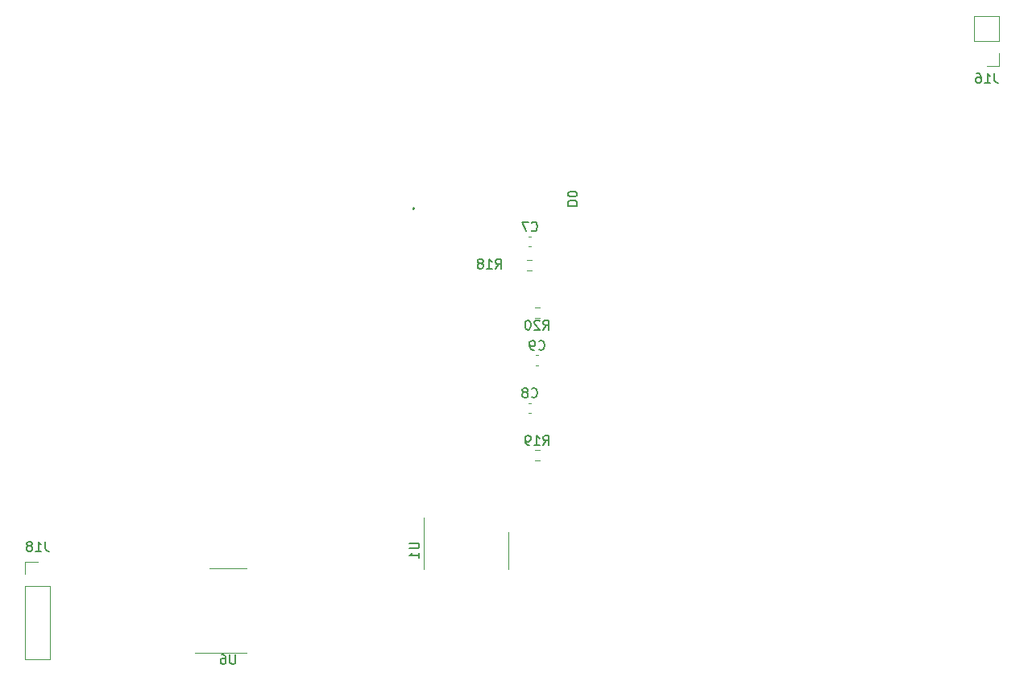
<source format=gbr>
%TF.GenerationSoftware,KiCad,Pcbnew,(7.0.0)*%
%TF.CreationDate,2024-02-08T18:30:53+01:00*%
%TF.ProjectId,AbuDhabi_ElectronBeam,41627544-6861-4626-995f-456c65637472,rev?*%
%TF.SameCoordinates,PXa6e49c0PYcef2840*%
%TF.FileFunction,Legend,Bot*%
%TF.FilePolarity,Positive*%
%FSLAX46Y46*%
G04 Gerber Fmt 4.6, Leading zero omitted, Abs format (unit mm)*
G04 Created by KiCad (PCBNEW (7.0.0)) date 2024-02-08 18:30:53*
%MOMM*%
%LPD*%
G01*
G04 APERTURE LIST*
%ADD10C,0.150000*%
%ADD11C,0.120000*%
G04 APERTURE END LIST*
D10*
%TO.C,C9*%
X62823166Y55501358D02*
X62870785Y55453739D01*
X62870785Y55453739D02*
X63013642Y55406120D01*
X63013642Y55406120D02*
X63108880Y55406120D01*
X63108880Y55406120D02*
X63251737Y55453739D01*
X63251737Y55453739D02*
X63346975Y55548977D01*
X63346975Y55548977D02*
X63394594Y55644215D01*
X63394594Y55644215D02*
X63442213Y55834691D01*
X63442213Y55834691D02*
X63442213Y55977548D01*
X63442213Y55977548D02*
X63394594Y56168024D01*
X63394594Y56168024D02*
X63346975Y56263262D01*
X63346975Y56263262D02*
X63251737Y56358500D01*
X63251737Y56358500D02*
X63108880Y56406120D01*
X63108880Y56406120D02*
X63013642Y56406120D01*
X63013642Y56406120D02*
X62870785Y56358500D01*
X62870785Y56358500D02*
X62823166Y56310881D01*
X62346975Y55406120D02*
X62156499Y55406120D01*
X62156499Y55406120D02*
X62061261Y55453739D01*
X62061261Y55453739D02*
X62013642Y55501358D01*
X62013642Y55501358D02*
X61918404Y55644215D01*
X61918404Y55644215D02*
X61870785Y55834691D01*
X61870785Y55834691D02*
X61870785Y56215643D01*
X61870785Y56215643D02*
X61918404Y56310881D01*
X61918404Y56310881D02*
X61966023Y56358500D01*
X61966023Y56358500D02*
X62061261Y56406120D01*
X62061261Y56406120D02*
X62251737Y56406120D01*
X62251737Y56406120D02*
X62346975Y56358500D01*
X62346975Y56358500D02*
X62394594Y56310881D01*
X62394594Y56310881D02*
X62442213Y56215643D01*
X62442213Y56215643D02*
X62442213Y55977548D01*
X62442213Y55977548D02*
X62394594Y55882310D01*
X62394594Y55882310D02*
X62346975Y55834691D01*
X62346975Y55834691D02*
X62251737Y55787072D01*
X62251737Y55787072D02*
X62061261Y55787072D01*
X62061261Y55787072D02*
X61966023Y55834691D01*
X61966023Y55834691D02*
X61918404Y55882310D01*
X61918404Y55882310D02*
X61870785Y55977548D01*
%TO.C,C8*%
X62048166Y50501358D02*
X62095785Y50453739D01*
X62095785Y50453739D02*
X62238642Y50406120D01*
X62238642Y50406120D02*
X62333880Y50406120D01*
X62333880Y50406120D02*
X62476737Y50453739D01*
X62476737Y50453739D02*
X62571975Y50548977D01*
X62571975Y50548977D02*
X62619594Y50644215D01*
X62619594Y50644215D02*
X62667213Y50834691D01*
X62667213Y50834691D02*
X62667213Y50977548D01*
X62667213Y50977548D02*
X62619594Y51168024D01*
X62619594Y51168024D02*
X62571975Y51263262D01*
X62571975Y51263262D02*
X62476737Y51358500D01*
X62476737Y51358500D02*
X62333880Y51406120D01*
X62333880Y51406120D02*
X62238642Y51406120D01*
X62238642Y51406120D02*
X62095785Y51358500D01*
X62095785Y51358500D02*
X62048166Y51310881D01*
X61476737Y50977548D02*
X61571975Y51025167D01*
X61571975Y51025167D02*
X61619594Y51072786D01*
X61619594Y51072786D02*
X61667213Y51168024D01*
X61667213Y51168024D02*
X61667213Y51215643D01*
X61667213Y51215643D02*
X61619594Y51310881D01*
X61619594Y51310881D02*
X61571975Y51358500D01*
X61571975Y51358500D02*
X61476737Y51406120D01*
X61476737Y51406120D02*
X61286261Y51406120D01*
X61286261Y51406120D02*
X61191023Y51358500D01*
X61191023Y51358500D02*
X61143404Y51310881D01*
X61143404Y51310881D02*
X61095785Y51215643D01*
X61095785Y51215643D02*
X61095785Y51168024D01*
X61095785Y51168024D02*
X61143404Y51072786D01*
X61143404Y51072786D02*
X61191023Y51025167D01*
X61191023Y51025167D02*
X61286261Y50977548D01*
X61286261Y50977548D02*
X61476737Y50977548D01*
X61476737Y50977548D02*
X61571975Y50929929D01*
X61571975Y50929929D02*
X61619594Y50882310D01*
X61619594Y50882310D02*
X61667213Y50787072D01*
X61667213Y50787072D02*
X61667213Y50596596D01*
X61667213Y50596596D02*
X61619594Y50501358D01*
X61619594Y50501358D02*
X61571975Y50453739D01*
X61571975Y50453739D02*
X61476737Y50406120D01*
X61476737Y50406120D02*
X61286261Y50406120D01*
X61286261Y50406120D02*
X61191023Y50453739D01*
X61191023Y50453739D02*
X61143404Y50501358D01*
X61143404Y50501358D02*
X61095785Y50596596D01*
X61095785Y50596596D02*
X61095785Y50787072D01*
X61095785Y50787072D02*
X61143404Y50882310D01*
X61143404Y50882310D02*
X61191023Y50929929D01*
X61191023Y50929929D02*
X61286261Y50977548D01*
%TO.C,R19*%
X63299357Y45406120D02*
X63632690Y45882310D01*
X63870785Y45406120D02*
X63870785Y46406120D01*
X63870785Y46406120D02*
X63489833Y46406120D01*
X63489833Y46406120D02*
X63394595Y46358500D01*
X63394595Y46358500D02*
X63346976Y46310881D01*
X63346976Y46310881D02*
X63299357Y46215643D01*
X63299357Y46215643D02*
X63299357Y46072786D01*
X63299357Y46072786D02*
X63346976Y45977548D01*
X63346976Y45977548D02*
X63394595Y45929929D01*
X63394595Y45929929D02*
X63489833Y45882310D01*
X63489833Y45882310D02*
X63870785Y45882310D01*
X62346976Y45406120D02*
X62918404Y45406120D01*
X62632690Y45406120D02*
X62632690Y46406120D01*
X62632690Y46406120D02*
X62727928Y46263262D01*
X62727928Y46263262D02*
X62823166Y46168024D01*
X62823166Y46168024D02*
X62918404Y46120405D01*
X61870785Y45406120D02*
X61680309Y45406120D01*
X61680309Y45406120D02*
X61585071Y45453739D01*
X61585071Y45453739D02*
X61537452Y45501358D01*
X61537452Y45501358D02*
X61442214Y45644215D01*
X61442214Y45644215D02*
X61394595Y45834691D01*
X61394595Y45834691D02*
X61394595Y46215643D01*
X61394595Y46215643D02*
X61442214Y46310881D01*
X61442214Y46310881D02*
X61489833Y46358500D01*
X61489833Y46358500D02*
X61585071Y46406120D01*
X61585071Y46406120D02*
X61775547Y46406120D01*
X61775547Y46406120D02*
X61870785Y46358500D01*
X61870785Y46358500D02*
X61918404Y46310881D01*
X61918404Y46310881D02*
X61966023Y46215643D01*
X61966023Y46215643D02*
X61966023Y45977548D01*
X61966023Y45977548D02*
X61918404Y45882310D01*
X61918404Y45882310D02*
X61870785Y45834691D01*
X61870785Y45834691D02*
X61775547Y45787072D01*
X61775547Y45787072D02*
X61585071Y45787072D01*
X61585071Y45787072D02*
X61489833Y45834691D01*
X61489833Y45834691D02*
X61442214Y45882310D01*
X61442214Y45882310D02*
X61394595Y45977548D01*
%TO.C,R18*%
X58299357Y63976120D02*
X58632690Y64452310D01*
X58870785Y63976120D02*
X58870785Y64976120D01*
X58870785Y64976120D02*
X58489833Y64976120D01*
X58489833Y64976120D02*
X58394595Y64928500D01*
X58394595Y64928500D02*
X58346976Y64880881D01*
X58346976Y64880881D02*
X58299357Y64785643D01*
X58299357Y64785643D02*
X58299357Y64642786D01*
X58299357Y64642786D02*
X58346976Y64547548D01*
X58346976Y64547548D02*
X58394595Y64499929D01*
X58394595Y64499929D02*
X58489833Y64452310D01*
X58489833Y64452310D02*
X58870785Y64452310D01*
X57346976Y63976120D02*
X57918404Y63976120D01*
X57632690Y63976120D02*
X57632690Y64976120D01*
X57632690Y64976120D02*
X57727928Y64833262D01*
X57727928Y64833262D02*
X57823166Y64738024D01*
X57823166Y64738024D02*
X57918404Y64690405D01*
X56775547Y64547548D02*
X56870785Y64595167D01*
X56870785Y64595167D02*
X56918404Y64642786D01*
X56918404Y64642786D02*
X56966023Y64738024D01*
X56966023Y64738024D02*
X56966023Y64785643D01*
X56966023Y64785643D02*
X56918404Y64880881D01*
X56918404Y64880881D02*
X56870785Y64928500D01*
X56870785Y64928500D02*
X56775547Y64976120D01*
X56775547Y64976120D02*
X56585071Y64976120D01*
X56585071Y64976120D02*
X56489833Y64928500D01*
X56489833Y64928500D02*
X56442214Y64880881D01*
X56442214Y64880881D02*
X56394595Y64785643D01*
X56394595Y64785643D02*
X56394595Y64738024D01*
X56394595Y64738024D02*
X56442214Y64642786D01*
X56442214Y64642786D02*
X56489833Y64595167D01*
X56489833Y64595167D02*
X56585071Y64547548D01*
X56585071Y64547548D02*
X56775547Y64547548D01*
X56775547Y64547548D02*
X56870785Y64499929D01*
X56870785Y64499929D02*
X56918404Y64452310D01*
X56918404Y64452310D02*
X56966023Y64357072D01*
X56966023Y64357072D02*
X56966023Y64166596D01*
X56966023Y64166596D02*
X56918404Y64071358D01*
X56918404Y64071358D02*
X56870785Y64023739D01*
X56870785Y64023739D02*
X56775547Y63976120D01*
X56775547Y63976120D02*
X56585071Y63976120D01*
X56585071Y63976120D02*
X56489833Y64023739D01*
X56489833Y64023739D02*
X56442214Y64071358D01*
X56442214Y64071358D02*
X56394595Y64166596D01*
X56394595Y64166596D02*
X56394595Y64357072D01*
X56394595Y64357072D02*
X56442214Y64452310D01*
X56442214Y64452310D02*
X56489833Y64499929D01*
X56489833Y64499929D02*
X56585071Y64547548D01*
%TO.C,R20*%
X63299357Y57546120D02*
X63632690Y58022310D01*
X63870785Y57546120D02*
X63870785Y58546120D01*
X63870785Y58546120D02*
X63489833Y58546120D01*
X63489833Y58546120D02*
X63394595Y58498500D01*
X63394595Y58498500D02*
X63346976Y58450881D01*
X63346976Y58450881D02*
X63299357Y58355643D01*
X63299357Y58355643D02*
X63299357Y58212786D01*
X63299357Y58212786D02*
X63346976Y58117548D01*
X63346976Y58117548D02*
X63394595Y58069929D01*
X63394595Y58069929D02*
X63489833Y58022310D01*
X63489833Y58022310D02*
X63870785Y58022310D01*
X62918404Y58450881D02*
X62870785Y58498500D01*
X62870785Y58498500D02*
X62775547Y58546120D01*
X62775547Y58546120D02*
X62537452Y58546120D01*
X62537452Y58546120D02*
X62442214Y58498500D01*
X62442214Y58498500D02*
X62394595Y58450881D01*
X62394595Y58450881D02*
X62346976Y58355643D01*
X62346976Y58355643D02*
X62346976Y58260405D01*
X62346976Y58260405D02*
X62394595Y58117548D01*
X62394595Y58117548D02*
X62966023Y57546120D01*
X62966023Y57546120D02*
X62346976Y57546120D01*
X61727928Y58546120D02*
X61632690Y58546120D01*
X61632690Y58546120D02*
X61537452Y58498500D01*
X61537452Y58498500D02*
X61489833Y58450881D01*
X61489833Y58450881D02*
X61442214Y58355643D01*
X61442214Y58355643D02*
X61394595Y58165167D01*
X61394595Y58165167D02*
X61394595Y57927072D01*
X61394595Y57927072D02*
X61442214Y57736596D01*
X61442214Y57736596D02*
X61489833Y57641358D01*
X61489833Y57641358D02*
X61537452Y57593739D01*
X61537452Y57593739D02*
X61632690Y57546120D01*
X61632690Y57546120D02*
X61727928Y57546120D01*
X61727928Y57546120D02*
X61823166Y57593739D01*
X61823166Y57593739D02*
X61870785Y57641358D01*
X61870785Y57641358D02*
X61918404Y57736596D01*
X61918404Y57736596D02*
X61966023Y57927072D01*
X61966023Y57927072D02*
X61966023Y58165167D01*
X61966023Y58165167D02*
X61918404Y58355643D01*
X61918404Y58355643D02*
X61870785Y58450881D01*
X61870785Y58450881D02*
X61823166Y58498500D01*
X61823166Y58498500D02*
X61727928Y58546120D01*
%TO.C,C7*%
X62048166Y68001358D02*
X62095785Y67953739D01*
X62095785Y67953739D02*
X62238642Y67906120D01*
X62238642Y67906120D02*
X62333880Y67906120D01*
X62333880Y67906120D02*
X62476737Y67953739D01*
X62476737Y67953739D02*
X62571975Y68048977D01*
X62571975Y68048977D02*
X62619594Y68144215D01*
X62619594Y68144215D02*
X62667213Y68334691D01*
X62667213Y68334691D02*
X62667213Y68477548D01*
X62667213Y68477548D02*
X62619594Y68668024D01*
X62619594Y68668024D02*
X62571975Y68763262D01*
X62571975Y68763262D02*
X62476737Y68858500D01*
X62476737Y68858500D02*
X62333880Y68906120D01*
X62333880Y68906120D02*
X62238642Y68906120D01*
X62238642Y68906120D02*
X62095785Y68858500D01*
X62095785Y68858500D02*
X62048166Y68810881D01*
X61714832Y68906120D02*
X61048166Y68906120D01*
X61048166Y68906120D02*
X61476737Y67906120D01*
%TO.C,U6*%
X30943404Y23386120D02*
X30943404Y22576596D01*
X30943404Y22576596D02*
X30895785Y22481358D01*
X30895785Y22481358D02*
X30848166Y22433739D01*
X30848166Y22433739D02*
X30752928Y22386120D01*
X30752928Y22386120D02*
X30562452Y22386120D01*
X30562452Y22386120D02*
X30467214Y22433739D01*
X30467214Y22433739D02*
X30419595Y22481358D01*
X30419595Y22481358D02*
X30371976Y22576596D01*
X30371976Y22576596D02*
X30371976Y23386120D01*
X29467214Y23386120D02*
X29657690Y23386120D01*
X29657690Y23386120D02*
X29752928Y23338500D01*
X29752928Y23338500D02*
X29800547Y23290881D01*
X29800547Y23290881D02*
X29895785Y23148024D01*
X29895785Y23148024D02*
X29943404Y22957548D01*
X29943404Y22957548D02*
X29943404Y22576596D01*
X29943404Y22576596D02*
X29895785Y22481358D01*
X29895785Y22481358D02*
X29848166Y22433739D01*
X29848166Y22433739D02*
X29752928Y22386120D01*
X29752928Y22386120D02*
X29562452Y22386120D01*
X29562452Y22386120D02*
X29467214Y22433739D01*
X29467214Y22433739D02*
X29419595Y22481358D01*
X29419595Y22481358D02*
X29371976Y22576596D01*
X29371976Y22576596D02*
X29371976Y22814691D01*
X29371976Y22814691D02*
X29419595Y22909929D01*
X29419595Y22909929D02*
X29467214Y22957548D01*
X29467214Y22957548D02*
X29562452Y23005167D01*
X29562452Y23005167D02*
X29752928Y23005167D01*
X29752928Y23005167D02*
X29848166Y22957548D01*
X29848166Y22957548D02*
X29895785Y22909929D01*
X29895785Y22909929D02*
X29943404Y22814691D01*
%TO.C,J16*%
X110707523Y84509620D02*
X110707523Y83795334D01*
X110707523Y83795334D02*
X110755142Y83652477D01*
X110755142Y83652477D02*
X110850380Y83557239D01*
X110850380Y83557239D02*
X110993237Y83509620D01*
X110993237Y83509620D02*
X111088475Y83509620D01*
X109707523Y83509620D02*
X110278951Y83509620D01*
X109993237Y83509620D02*
X109993237Y84509620D01*
X109993237Y84509620D02*
X110088475Y84366762D01*
X110088475Y84366762D02*
X110183713Y84271524D01*
X110183713Y84271524D02*
X110278951Y84223905D01*
X108850380Y84509620D02*
X109040856Y84509620D01*
X109040856Y84509620D02*
X109136094Y84462000D01*
X109136094Y84462000D02*
X109183713Y84414381D01*
X109183713Y84414381D02*
X109278951Y84271524D01*
X109278951Y84271524D02*
X109326570Y84081048D01*
X109326570Y84081048D02*
X109326570Y83700096D01*
X109326570Y83700096D02*
X109278951Y83604858D01*
X109278951Y83604858D02*
X109231332Y83557239D01*
X109231332Y83557239D02*
X109136094Y83509620D01*
X109136094Y83509620D02*
X108945618Y83509620D01*
X108945618Y83509620D02*
X108850380Y83557239D01*
X108850380Y83557239D02*
X108802761Y83604858D01*
X108802761Y83604858D02*
X108755142Y83700096D01*
X108755142Y83700096D02*
X108755142Y83938191D01*
X108755142Y83938191D02*
X108802761Y84033429D01*
X108802761Y84033429D02*
X108850380Y84081048D01*
X108850380Y84081048D02*
X108945618Y84128667D01*
X108945618Y84128667D02*
X109136094Y84128667D01*
X109136094Y84128667D02*
X109231332Y84081048D01*
X109231332Y84081048D02*
X109278951Y84033429D01*
X109278951Y84033429D02*
X109326570Y83938191D01*
%TO.C,J18*%
X10966023Y35246120D02*
X10966023Y34531834D01*
X10966023Y34531834D02*
X11013642Y34388977D01*
X11013642Y34388977D02*
X11108880Y34293739D01*
X11108880Y34293739D02*
X11251737Y34246120D01*
X11251737Y34246120D02*
X11346975Y34246120D01*
X9966023Y34246120D02*
X10537451Y34246120D01*
X10251737Y34246120D02*
X10251737Y35246120D01*
X10251737Y35246120D02*
X10346975Y35103262D01*
X10346975Y35103262D02*
X10442213Y35008024D01*
X10442213Y35008024D02*
X10537451Y34960405D01*
X9394594Y34817548D02*
X9489832Y34865167D01*
X9489832Y34865167D02*
X9537451Y34912786D01*
X9537451Y34912786D02*
X9585070Y35008024D01*
X9585070Y35008024D02*
X9585070Y35055643D01*
X9585070Y35055643D02*
X9537451Y35150881D01*
X9537451Y35150881D02*
X9489832Y35198500D01*
X9489832Y35198500D02*
X9394594Y35246120D01*
X9394594Y35246120D02*
X9204118Y35246120D01*
X9204118Y35246120D02*
X9108880Y35198500D01*
X9108880Y35198500D02*
X9061261Y35150881D01*
X9061261Y35150881D02*
X9013642Y35055643D01*
X9013642Y35055643D02*
X9013642Y35008024D01*
X9013642Y35008024D02*
X9061261Y34912786D01*
X9061261Y34912786D02*
X9108880Y34865167D01*
X9108880Y34865167D02*
X9204118Y34817548D01*
X9204118Y34817548D02*
X9394594Y34817548D01*
X9394594Y34817548D02*
X9489832Y34769929D01*
X9489832Y34769929D02*
X9537451Y34722310D01*
X9537451Y34722310D02*
X9585070Y34627072D01*
X9585070Y34627072D02*
X9585070Y34436596D01*
X9585070Y34436596D02*
X9537451Y34341358D01*
X9537451Y34341358D02*
X9489832Y34293739D01*
X9489832Y34293739D02*
X9394594Y34246120D01*
X9394594Y34246120D02*
X9204118Y34246120D01*
X9204118Y34246120D02*
X9108880Y34293739D01*
X9108880Y34293739D02*
X9061261Y34341358D01*
X9061261Y34341358D02*
X9013642Y34436596D01*
X9013642Y34436596D02*
X9013642Y34627072D01*
X9013642Y34627072D02*
X9061261Y34722310D01*
X9061261Y34722310D02*
X9108880Y34769929D01*
X9108880Y34769929D02*
X9204118Y34817548D01*
%TO.C,U1*%
X49243880Y35105405D02*
X50053404Y35105405D01*
X50053404Y35105405D02*
X50148642Y35057786D01*
X50148642Y35057786D02*
X50196261Y35010167D01*
X50196261Y35010167D02*
X50243880Y34914929D01*
X50243880Y34914929D02*
X50243880Y34724453D01*
X50243880Y34724453D02*
X50196261Y34629215D01*
X50196261Y34629215D02*
X50148642Y34581596D01*
X50148642Y34581596D02*
X50053404Y34533977D01*
X50053404Y34533977D02*
X49243880Y34533977D01*
X50243880Y33533977D02*
X50243880Y34105405D01*
X50243880Y33819691D02*
X49243880Y33819691D01*
X49243880Y33819691D02*
X49386738Y33914929D01*
X49386738Y33914929D02*
X49481976Y34010167D01*
X49481976Y34010167D02*
X49529595Y34105405D01*
%TO.C,A3*%
X65864119Y70585406D02*
X66864119Y70585406D01*
X66864119Y70585406D02*
X66864119Y70823501D01*
X66864119Y70823501D02*
X66816500Y70966358D01*
X66816500Y70966358D02*
X66721261Y71061596D01*
X66721261Y71061596D02*
X66626023Y71109215D01*
X66626023Y71109215D02*
X66435547Y71156834D01*
X66435547Y71156834D02*
X66292690Y71156834D01*
X66292690Y71156834D02*
X66102214Y71109215D01*
X66102214Y71109215D02*
X66006976Y71061596D01*
X66006976Y71061596D02*
X65911738Y70966358D01*
X65911738Y70966358D02*
X65864119Y70823501D01*
X65864119Y70823501D02*
X65864119Y70585406D01*
X66864119Y71775882D02*
X66864119Y71871120D01*
X66864119Y71871120D02*
X66816500Y71966358D01*
X66816500Y71966358D02*
X66768880Y72013977D01*
X66768880Y72013977D02*
X66673642Y72061596D01*
X66673642Y72061596D02*
X66483166Y72109215D01*
X66483166Y72109215D02*
X66245071Y72109215D01*
X66245071Y72109215D02*
X66054595Y72061596D01*
X66054595Y72061596D02*
X65959357Y72013977D01*
X65959357Y72013977D02*
X65911738Y71966358D01*
X65911738Y71966358D02*
X65864119Y71871120D01*
X65864119Y71871120D02*
X65864119Y71775882D01*
X65864119Y71775882D02*
X65911738Y71680644D01*
X65911738Y71680644D02*
X65959357Y71633025D01*
X65959357Y71633025D02*
X66054595Y71585406D01*
X66054595Y71585406D02*
X66245071Y71537787D01*
X66245071Y71537787D02*
X66483166Y71537787D01*
X66483166Y71537787D02*
X66673642Y71585406D01*
X66673642Y71585406D02*
X66768880Y71633025D01*
X66768880Y71633025D02*
X66816500Y71680644D01*
X66816500Y71680644D02*
X66864119Y71775882D01*
X49612642Y70307500D02*
X49660261Y70259881D01*
X49660261Y70259881D02*
X49707880Y70307500D01*
X49707880Y70307500D02*
X49660261Y70355119D01*
X49660261Y70355119D02*
X49612642Y70307500D01*
X49612642Y70307500D02*
X49707880Y70307500D01*
D11*
%TO.C,C9*%
X62797080Y53833500D02*
X62515920Y53833500D01*
X62797080Y54853500D02*
X62515920Y54853500D01*
%TO.C,C8*%
X62022080Y48833500D02*
X61740920Y48833500D01*
X62022080Y49853500D02*
X61740920Y49853500D01*
%TO.C,R19*%
X62893758Y43821000D02*
X62419242Y43821000D01*
X62893758Y44866000D02*
X62419242Y44866000D01*
%TO.C,R18*%
X61594242Y64866000D02*
X62068758Y64866000D01*
X61594242Y63821000D02*
X62068758Y63821000D01*
%TO.C,R20*%
X62419242Y59866000D02*
X62893758Y59866000D01*
X62419242Y58821000D02*
X62893758Y58821000D01*
%TO.C,C7*%
X62022080Y66333500D02*
X61740920Y66333500D01*
X62022080Y67353500D02*
X61740920Y67353500D01*
%TO.C,U6*%
X30181500Y32468500D02*
X28231500Y32468500D01*
X30181500Y32468500D02*
X32131500Y32468500D01*
X30181500Y23598500D02*
X26731500Y23598500D01*
X30181500Y23598500D02*
X32131500Y23598500D01*
%TO.C,J16*%
X108568000Y90517000D02*
X111228000Y90517000D01*
X108568000Y87917000D02*
X108568000Y90517000D01*
X108568000Y87917000D02*
X111228000Y87917000D01*
X109898000Y85317000D02*
X111228000Y85317000D01*
X111228000Y87917000D02*
X111228000Y90517000D01*
X111228000Y85317000D02*
X111228000Y86647000D01*
%TO.C,J18*%
X11486500Y22893500D02*
X8826500Y22893500D01*
X11486500Y30573500D02*
X11486500Y22893500D01*
X11486500Y30573500D02*
X8826500Y30573500D01*
X10156500Y33173500D02*
X8826500Y33173500D01*
X8826500Y30573500D02*
X8826500Y22893500D01*
X8826500Y33173500D02*
X8826500Y31843500D01*
%TO.C,U1*%
X59591500Y34343500D02*
X59591500Y36293500D01*
X59591500Y34343500D02*
X59591500Y32393500D01*
X50721500Y34343500D02*
X50721500Y37793500D01*
X50721500Y34343500D02*
X50721500Y32393500D01*
%TD*%
M02*

</source>
